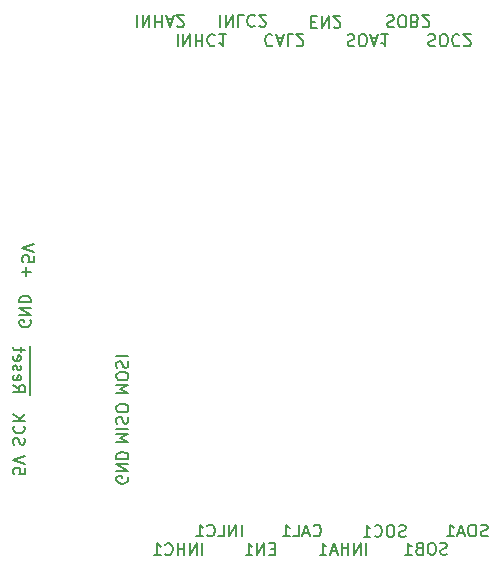
<source format=gbo>
G04 #@! TF.GenerationSoftware,KiCad,Pcbnew,(5.0.1)-3*
G04 #@! TF.CreationDate,2018-10-30T14:33:32-04:00*
G04 #@! TF.ProjectId,GCEW Motor Controller MCU,47434557204D6F746F7220436F6E7472,rev?*
G04 #@! TF.SameCoordinates,Original*
G04 #@! TF.FileFunction,Legend,Bot*
G04 #@! TF.FilePolarity,Positive*
%FSLAX46Y46*%
G04 Gerber Fmt 4.6, Leading zero omitted, Abs format (unit mm)*
G04 Created by KiCad (PCBNEW (5.0.1)-3) date 10/30/2018 2:33:32 PM*
%MOMM*%
%LPD*%
G01*
G04 APERTURE LIST*
%ADD10C,0.200000*%
G04 APERTURE END LIST*
D10*
X141500000Y-94261904D02*
X141547619Y-94357142D01*
X141547619Y-94500000D01*
X141500000Y-94642857D01*
X141404761Y-94738095D01*
X141309523Y-94785714D01*
X141119047Y-94833333D01*
X140976190Y-94833333D01*
X140785714Y-94785714D01*
X140690476Y-94738095D01*
X140595238Y-94642857D01*
X140547619Y-94500000D01*
X140547619Y-94404761D01*
X140595238Y-94261904D01*
X140642857Y-94214285D01*
X140976190Y-94214285D01*
X140976190Y-94404761D01*
X140547619Y-93785714D02*
X141547619Y-93785714D01*
X140547619Y-93214285D01*
X141547619Y-93214285D01*
X140547619Y-92738095D02*
X141547619Y-92738095D01*
X141547619Y-92500000D01*
X141500000Y-92357142D01*
X141404761Y-92261904D01*
X141309523Y-92214285D01*
X141119047Y-92166666D01*
X140976190Y-92166666D01*
X140785714Y-92214285D01*
X140690476Y-92261904D01*
X140595238Y-92357142D01*
X140547619Y-92500000D01*
X140547619Y-92738095D01*
X141178571Y-90535714D02*
X141178571Y-89773809D01*
X140797619Y-90154761D02*
X141559523Y-90154761D01*
X141797619Y-88821428D02*
X141797619Y-89297619D01*
X141321428Y-89345238D01*
X141369047Y-89297619D01*
X141416666Y-89202380D01*
X141416666Y-88964285D01*
X141369047Y-88869047D01*
X141321428Y-88821428D01*
X141226190Y-88773809D01*
X140988095Y-88773809D01*
X140892857Y-88821428D01*
X140845238Y-88869047D01*
X140797619Y-88964285D01*
X140797619Y-89202380D01*
X140845238Y-89297619D01*
X140892857Y-89345238D01*
X141797619Y-88488095D02*
X140797619Y-88154761D01*
X141797619Y-87821428D01*
X153976190Y-70047619D02*
X153976190Y-71047619D01*
X154452380Y-70047619D02*
X154452380Y-71047619D01*
X155023809Y-70047619D01*
X155023809Y-71047619D01*
X155500000Y-70047619D02*
X155500000Y-71047619D01*
X155500000Y-70571428D02*
X156071428Y-70571428D01*
X156071428Y-70047619D02*
X156071428Y-71047619D01*
X157119047Y-70142857D02*
X157071428Y-70095238D01*
X156928571Y-70047619D01*
X156833333Y-70047619D01*
X156690476Y-70095238D01*
X156595238Y-70190476D01*
X156547619Y-70285714D01*
X156500000Y-70476190D01*
X156500000Y-70619047D01*
X156547619Y-70809523D01*
X156595238Y-70904761D01*
X156690476Y-71000000D01*
X156833333Y-71047619D01*
X156928571Y-71047619D01*
X157071428Y-71000000D01*
X157119047Y-70952380D01*
X158071428Y-70047619D02*
X157500000Y-70047619D01*
X157785714Y-70047619D02*
X157785714Y-71047619D01*
X157690476Y-70904761D01*
X157595238Y-70809523D01*
X157500000Y-70761904D01*
X157595238Y-68397619D02*
X157595238Y-69397619D01*
X158071428Y-68397619D02*
X158071428Y-69397619D01*
X158642857Y-68397619D01*
X158642857Y-69397619D01*
X159595238Y-68397619D02*
X159119047Y-68397619D01*
X159119047Y-69397619D01*
X160500000Y-68492857D02*
X160452380Y-68445238D01*
X160309523Y-68397619D01*
X160214285Y-68397619D01*
X160071428Y-68445238D01*
X159976190Y-68540476D01*
X159928571Y-68635714D01*
X159880952Y-68826190D01*
X159880952Y-68969047D01*
X159928571Y-69159523D01*
X159976190Y-69254761D01*
X160071428Y-69350000D01*
X160214285Y-69397619D01*
X160309523Y-69397619D01*
X160452380Y-69350000D01*
X160500000Y-69302380D01*
X160880952Y-69302380D02*
X160928571Y-69350000D01*
X161023809Y-69397619D01*
X161261904Y-69397619D01*
X161357142Y-69350000D01*
X161404761Y-69302380D01*
X161452380Y-69207142D01*
X161452380Y-69111904D01*
X161404761Y-68969047D01*
X160833333Y-68397619D01*
X161452380Y-68397619D01*
X165285714Y-69021428D02*
X165619047Y-69021428D01*
X165761904Y-68497619D02*
X165285714Y-68497619D01*
X165285714Y-69497619D01*
X165761904Y-69497619D01*
X166190476Y-68497619D02*
X166190476Y-69497619D01*
X166761904Y-68497619D01*
X166761904Y-69497619D01*
X167190476Y-69402380D02*
X167238095Y-69450000D01*
X167333333Y-69497619D01*
X167571428Y-69497619D01*
X167666666Y-69450000D01*
X167714285Y-69402380D01*
X167761904Y-69307142D01*
X167761904Y-69211904D01*
X167714285Y-69069047D01*
X167142857Y-68497619D01*
X167761904Y-68497619D01*
X162000000Y-70142857D02*
X161952380Y-70095238D01*
X161809523Y-70047619D01*
X161714285Y-70047619D01*
X161571428Y-70095238D01*
X161476190Y-70190476D01*
X161428571Y-70285714D01*
X161380952Y-70476190D01*
X161380952Y-70619047D01*
X161428571Y-70809523D01*
X161476190Y-70904761D01*
X161571428Y-71000000D01*
X161714285Y-71047619D01*
X161809523Y-71047619D01*
X161952380Y-71000000D01*
X162000000Y-70952380D01*
X162380952Y-70333333D02*
X162857142Y-70333333D01*
X162285714Y-70047619D02*
X162619047Y-71047619D01*
X162952380Y-70047619D01*
X163761904Y-70047619D02*
X163285714Y-70047619D01*
X163285714Y-71047619D01*
X164047619Y-70952380D02*
X164095238Y-71000000D01*
X164190476Y-71047619D01*
X164428571Y-71047619D01*
X164523809Y-71000000D01*
X164571428Y-70952380D01*
X164619047Y-70857142D01*
X164619047Y-70761904D01*
X164571428Y-70619047D01*
X164000000Y-70047619D01*
X164619047Y-70047619D01*
X150547619Y-68447619D02*
X150547619Y-69447619D01*
X151023809Y-68447619D02*
X151023809Y-69447619D01*
X151595238Y-68447619D01*
X151595238Y-69447619D01*
X152071428Y-68447619D02*
X152071428Y-69447619D01*
X152071428Y-68971428D02*
X152642857Y-68971428D01*
X152642857Y-68447619D02*
X152642857Y-69447619D01*
X153071428Y-68733333D02*
X153547619Y-68733333D01*
X152976190Y-68447619D02*
X153309523Y-69447619D01*
X153642857Y-68447619D01*
X153928571Y-69352380D02*
X153976190Y-69400000D01*
X154071428Y-69447619D01*
X154309523Y-69447619D01*
X154404761Y-69400000D01*
X154452380Y-69352380D01*
X154500000Y-69257142D01*
X154500000Y-69161904D01*
X154452380Y-69019047D01*
X153880952Y-68447619D01*
X154500000Y-68447619D01*
X175214285Y-70095238D02*
X175357142Y-70047619D01*
X175595238Y-70047619D01*
X175690476Y-70095238D01*
X175738095Y-70142857D01*
X175785714Y-70238095D01*
X175785714Y-70333333D01*
X175738095Y-70428571D01*
X175690476Y-70476190D01*
X175595238Y-70523809D01*
X175404761Y-70571428D01*
X175309523Y-70619047D01*
X175261904Y-70666666D01*
X175214285Y-70761904D01*
X175214285Y-70857142D01*
X175261904Y-70952380D01*
X175309523Y-71000000D01*
X175404761Y-71047619D01*
X175642857Y-71047619D01*
X175785714Y-71000000D01*
X176404761Y-71047619D02*
X176595238Y-71047619D01*
X176690476Y-71000000D01*
X176785714Y-70904761D01*
X176833333Y-70714285D01*
X176833333Y-70380952D01*
X176785714Y-70190476D01*
X176690476Y-70095238D01*
X176595238Y-70047619D01*
X176404761Y-70047619D01*
X176309523Y-70095238D01*
X176214285Y-70190476D01*
X176166666Y-70380952D01*
X176166666Y-70714285D01*
X176214285Y-70904761D01*
X176309523Y-71000000D01*
X176404761Y-71047619D01*
X177833333Y-70142857D02*
X177785714Y-70095238D01*
X177642857Y-70047619D01*
X177547619Y-70047619D01*
X177404761Y-70095238D01*
X177309523Y-70190476D01*
X177261904Y-70285714D01*
X177214285Y-70476190D01*
X177214285Y-70619047D01*
X177261904Y-70809523D01*
X177309523Y-70904761D01*
X177404761Y-71000000D01*
X177547619Y-71047619D01*
X177642857Y-71047619D01*
X177785714Y-71000000D01*
X177833333Y-70952380D01*
X178214285Y-70952380D02*
X178261904Y-71000000D01*
X178357142Y-71047619D01*
X178595238Y-71047619D01*
X178690476Y-71000000D01*
X178738095Y-70952380D01*
X178785714Y-70857142D01*
X178785714Y-70761904D01*
X178738095Y-70619047D01*
X178166666Y-70047619D01*
X178785714Y-70047619D01*
X171714285Y-68495238D02*
X171857142Y-68447619D01*
X172095238Y-68447619D01*
X172190476Y-68495238D01*
X172238095Y-68542857D01*
X172285714Y-68638095D01*
X172285714Y-68733333D01*
X172238095Y-68828571D01*
X172190476Y-68876190D01*
X172095238Y-68923809D01*
X171904761Y-68971428D01*
X171809523Y-69019047D01*
X171761904Y-69066666D01*
X171714285Y-69161904D01*
X171714285Y-69257142D01*
X171761904Y-69352380D01*
X171809523Y-69400000D01*
X171904761Y-69447619D01*
X172142857Y-69447619D01*
X172285714Y-69400000D01*
X172904761Y-69447619D02*
X173095238Y-69447619D01*
X173190476Y-69400000D01*
X173285714Y-69304761D01*
X173333333Y-69114285D01*
X173333333Y-68780952D01*
X173285714Y-68590476D01*
X173190476Y-68495238D01*
X173095238Y-68447619D01*
X172904761Y-68447619D01*
X172809523Y-68495238D01*
X172714285Y-68590476D01*
X172666666Y-68780952D01*
X172666666Y-69114285D01*
X172714285Y-69304761D01*
X172809523Y-69400000D01*
X172904761Y-69447619D01*
X174095238Y-68971428D02*
X174238095Y-68923809D01*
X174285714Y-68876190D01*
X174333333Y-68780952D01*
X174333333Y-68638095D01*
X174285714Y-68542857D01*
X174238095Y-68495238D01*
X174142857Y-68447619D01*
X173761904Y-68447619D01*
X173761904Y-69447619D01*
X174095238Y-69447619D01*
X174190476Y-69400000D01*
X174238095Y-69352380D01*
X174285714Y-69257142D01*
X174285714Y-69161904D01*
X174238095Y-69066666D01*
X174190476Y-69019047D01*
X174095238Y-68971428D01*
X173761904Y-68971428D01*
X174714285Y-69352380D02*
X174761904Y-69400000D01*
X174857142Y-69447619D01*
X175095238Y-69447619D01*
X175190476Y-69400000D01*
X175238095Y-69352380D01*
X175285714Y-69257142D01*
X175285714Y-69161904D01*
X175238095Y-69019047D01*
X174666666Y-68447619D01*
X175285714Y-68447619D01*
X168360714Y-70095238D02*
X168503571Y-70047619D01*
X168741666Y-70047619D01*
X168836904Y-70095238D01*
X168884523Y-70142857D01*
X168932142Y-70238095D01*
X168932142Y-70333333D01*
X168884523Y-70428571D01*
X168836904Y-70476190D01*
X168741666Y-70523809D01*
X168551190Y-70571428D01*
X168455952Y-70619047D01*
X168408333Y-70666666D01*
X168360714Y-70761904D01*
X168360714Y-70857142D01*
X168408333Y-70952380D01*
X168455952Y-71000000D01*
X168551190Y-71047619D01*
X168789285Y-71047619D01*
X168932142Y-71000000D01*
X169551190Y-71047619D02*
X169741666Y-71047619D01*
X169836904Y-71000000D01*
X169932142Y-70904761D01*
X169979761Y-70714285D01*
X169979761Y-70380952D01*
X169932142Y-70190476D01*
X169836904Y-70095238D01*
X169741666Y-70047619D01*
X169551190Y-70047619D01*
X169455952Y-70095238D01*
X169360714Y-70190476D01*
X169313095Y-70380952D01*
X169313095Y-70714285D01*
X169360714Y-70904761D01*
X169455952Y-71000000D01*
X169551190Y-71047619D01*
X170360714Y-70333333D02*
X170836904Y-70333333D01*
X170265476Y-70047619D02*
X170598809Y-71047619D01*
X170932142Y-70047619D01*
X171789285Y-70047619D02*
X171217857Y-70047619D01*
X171503571Y-70047619D02*
X171503571Y-71047619D01*
X171408333Y-70904761D01*
X171313095Y-70809523D01*
X171217857Y-70761904D01*
X148797619Y-100421428D02*
X149797619Y-100421428D01*
X149083333Y-100088095D01*
X149797619Y-99754761D01*
X148797619Y-99754761D01*
X149797619Y-99088095D02*
X149797619Y-98897619D01*
X149750000Y-98802380D01*
X149654761Y-98707142D01*
X149464285Y-98659523D01*
X149130952Y-98659523D01*
X148940476Y-98707142D01*
X148845238Y-98802380D01*
X148797619Y-98897619D01*
X148797619Y-99088095D01*
X148845238Y-99183333D01*
X148940476Y-99278571D01*
X149130952Y-99326190D01*
X149464285Y-99326190D01*
X149654761Y-99278571D01*
X149750000Y-99183333D01*
X149797619Y-99088095D01*
X148845238Y-98278571D02*
X148797619Y-98135714D01*
X148797619Y-97897619D01*
X148845238Y-97802380D01*
X148892857Y-97754761D01*
X148988095Y-97707142D01*
X149083333Y-97707142D01*
X149178571Y-97754761D01*
X149226190Y-97802380D01*
X149273809Y-97897619D01*
X149321428Y-98088095D01*
X149369047Y-98183333D01*
X149416666Y-98230952D01*
X149511904Y-98278571D01*
X149607142Y-98278571D01*
X149702380Y-98230952D01*
X149750000Y-98183333D01*
X149797619Y-98088095D01*
X149797619Y-97850000D01*
X149750000Y-97707142D01*
X148797619Y-97278571D02*
X149797619Y-97278571D01*
X148797619Y-104571428D02*
X149797619Y-104571428D01*
X149083333Y-104238095D01*
X149797619Y-103904761D01*
X148797619Y-103904761D01*
X148797619Y-103428571D02*
X149797619Y-103428571D01*
X148845238Y-103000000D02*
X148797619Y-102857142D01*
X148797619Y-102619047D01*
X148845238Y-102523809D01*
X148892857Y-102476190D01*
X148988095Y-102428571D01*
X149083333Y-102428571D01*
X149178571Y-102476190D01*
X149226190Y-102523809D01*
X149273809Y-102619047D01*
X149321428Y-102809523D01*
X149369047Y-102904761D01*
X149416666Y-102952380D01*
X149511904Y-103000000D01*
X149607142Y-103000000D01*
X149702380Y-102952380D01*
X149750000Y-102904761D01*
X149797619Y-102809523D01*
X149797619Y-102571428D01*
X149750000Y-102428571D01*
X149797619Y-101809523D02*
X149797619Y-101619047D01*
X149750000Y-101523809D01*
X149654761Y-101428571D01*
X149464285Y-101380952D01*
X149130952Y-101380952D01*
X148940476Y-101428571D01*
X148845238Y-101523809D01*
X148797619Y-101619047D01*
X148797619Y-101809523D01*
X148845238Y-101904761D01*
X148940476Y-102000000D01*
X149130952Y-102047619D01*
X149464285Y-102047619D01*
X149654761Y-102000000D01*
X149750000Y-101904761D01*
X149797619Y-101809523D01*
X141480000Y-100547619D02*
X141480000Y-99547619D01*
X140047619Y-99738095D02*
X140523809Y-100071428D01*
X140047619Y-100309523D02*
X141047619Y-100309523D01*
X141047619Y-99928571D01*
X141000000Y-99833333D01*
X140952380Y-99785714D01*
X140857142Y-99738095D01*
X140714285Y-99738095D01*
X140619047Y-99785714D01*
X140571428Y-99833333D01*
X140523809Y-99928571D01*
X140523809Y-100309523D01*
X141480000Y-99547619D02*
X141480000Y-98690476D01*
X140095238Y-98928571D02*
X140047619Y-99023809D01*
X140047619Y-99214285D01*
X140095238Y-99309523D01*
X140190476Y-99357142D01*
X140571428Y-99357142D01*
X140666666Y-99309523D01*
X140714285Y-99214285D01*
X140714285Y-99023809D01*
X140666666Y-98928571D01*
X140571428Y-98880952D01*
X140476190Y-98880952D01*
X140380952Y-99357142D01*
X141480000Y-98690476D02*
X141480000Y-97880952D01*
X140095238Y-98500000D02*
X140047619Y-98404761D01*
X140047619Y-98214285D01*
X140095238Y-98119047D01*
X140190476Y-98071428D01*
X140238095Y-98071428D01*
X140333333Y-98119047D01*
X140380952Y-98214285D01*
X140380952Y-98357142D01*
X140428571Y-98452380D01*
X140523809Y-98500000D01*
X140571428Y-98500000D01*
X140666666Y-98452380D01*
X140714285Y-98357142D01*
X140714285Y-98214285D01*
X140666666Y-98119047D01*
X141480000Y-97880952D02*
X141480000Y-97023809D01*
X140095238Y-97261904D02*
X140047619Y-97357142D01*
X140047619Y-97547619D01*
X140095238Y-97642857D01*
X140190476Y-97690476D01*
X140571428Y-97690476D01*
X140666666Y-97642857D01*
X140714285Y-97547619D01*
X140714285Y-97357142D01*
X140666666Y-97261904D01*
X140571428Y-97214285D01*
X140476190Y-97214285D01*
X140380952Y-97690476D01*
X141480000Y-97023809D02*
X141480000Y-96452380D01*
X140714285Y-96928571D02*
X140714285Y-96547619D01*
X141047619Y-96785714D02*
X140190476Y-96785714D01*
X140095238Y-96738095D01*
X140047619Y-96642857D01*
X140047619Y-96547619D01*
X140095238Y-104785714D02*
X140047619Y-104642857D01*
X140047619Y-104404761D01*
X140095238Y-104309523D01*
X140142857Y-104261904D01*
X140238095Y-104214285D01*
X140333333Y-104214285D01*
X140428571Y-104261904D01*
X140476190Y-104309523D01*
X140523809Y-104404761D01*
X140571428Y-104595238D01*
X140619047Y-104690476D01*
X140666666Y-104738095D01*
X140761904Y-104785714D01*
X140857142Y-104785714D01*
X140952380Y-104738095D01*
X141000000Y-104690476D01*
X141047619Y-104595238D01*
X141047619Y-104357142D01*
X141000000Y-104214285D01*
X140142857Y-103214285D02*
X140095238Y-103261904D01*
X140047619Y-103404761D01*
X140047619Y-103500000D01*
X140095238Y-103642857D01*
X140190476Y-103738095D01*
X140285714Y-103785714D01*
X140476190Y-103833333D01*
X140619047Y-103833333D01*
X140809523Y-103785714D01*
X140904761Y-103738095D01*
X141000000Y-103642857D01*
X141047619Y-103500000D01*
X141047619Y-103404761D01*
X141000000Y-103261904D01*
X140952380Y-103214285D01*
X140047619Y-102785714D02*
X141047619Y-102785714D01*
X140047619Y-102214285D02*
X140619047Y-102642857D01*
X141047619Y-102214285D02*
X140476190Y-102785714D01*
X141047619Y-106790476D02*
X141047619Y-107266666D01*
X140571428Y-107314285D01*
X140619047Y-107266666D01*
X140666666Y-107171428D01*
X140666666Y-106933333D01*
X140619047Y-106838095D01*
X140571428Y-106790476D01*
X140476190Y-106742857D01*
X140238095Y-106742857D01*
X140142857Y-106790476D01*
X140095238Y-106838095D01*
X140047619Y-106933333D01*
X140047619Y-107171428D01*
X140095238Y-107266666D01*
X140142857Y-107314285D01*
X141047619Y-106457142D02*
X140047619Y-106123809D01*
X141047619Y-105790476D01*
X149750000Y-107511904D02*
X149797619Y-107607142D01*
X149797619Y-107750000D01*
X149750000Y-107892857D01*
X149654761Y-107988095D01*
X149559523Y-108035714D01*
X149369047Y-108083333D01*
X149226190Y-108083333D01*
X149035714Y-108035714D01*
X148940476Y-107988095D01*
X148845238Y-107892857D01*
X148797619Y-107750000D01*
X148797619Y-107654761D01*
X148845238Y-107511904D01*
X148892857Y-107464285D01*
X149226190Y-107464285D01*
X149226190Y-107654761D01*
X148797619Y-107035714D02*
X149797619Y-107035714D01*
X148797619Y-106464285D01*
X149797619Y-106464285D01*
X148797619Y-105988095D02*
X149797619Y-105988095D01*
X149797619Y-105750000D01*
X149750000Y-105607142D01*
X149654761Y-105511904D01*
X149559523Y-105464285D01*
X149369047Y-105416666D01*
X149226190Y-105416666D01*
X149035714Y-105464285D01*
X148940476Y-105511904D01*
X148845238Y-105607142D01*
X148797619Y-105750000D01*
X148797619Y-105988095D01*
X156073809Y-114152380D02*
X156073809Y-113152380D01*
X155597619Y-114152380D02*
X155597619Y-113152380D01*
X155026190Y-114152380D01*
X155026190Y-113152380D01*
X154550000Y-114152380D02*
X154550000Y-113152380D01*
X154550000Y-113628571D02*
X153978571Y-113628571D01*
X153978571Y-114152380D02*
X153978571Y-113152380D01*
X152930952Y-114057142D02*
X152978571Y-114104761D01*
X153121428Y-114152380D01*
X153216666Y-114152380D01*
X153359523Y-114104761D01*
X153454761Y-114009523D01*
X153502380Y-113914285D01*
X153550000Y-113723809D01*
X153550000Y-113580952D01*
X153502380Y-113390476D01*
X153454761Y-113295238D01*
X153359523Y-113200000D01*
X153216666Y-113152380D01*
X153121428Y-113152380D01*
X152978571Y-113200000D01*
X152930952Y-113247619D01*
X151978571Y-114152380D02*
X152550000Y-114152380D01*
X152264285Y-114152380D02*
X152264285Y-113152380D01*
X152359523Y-113295238D01*
X152454761Y-113390476D01*
X152550000Y-113438095D01*
X159404761Y-112552380D02*
X159404761Y-111552380D01*
X158928571Y-112552380D02*
X158928571Y-111552380D01*
X158357142Y-112552380D01*
X158357142Y-111552380D01*
X157404761Y-112552380D02*
X157880952Y-112552380D01*
X157880952Y-111552380D01*
X156500000Y-112457142D02*
X156547619Y-112504761D01*
X156690476Y-112552380D01*
X156785714Y-112552380D01*
X156928571Y-112504761D01*
X157023809Y-112409523D01*
X157071428Y-112314285D01*
X157119047Y-112123809D01*
X157119047Y-111980952D01*
X157071428Y-111790476D01*
X157023809Y-111695238D01*
X156928571Y-111600000D01*
X156785714Y-111552380D01*
X156690476Y-111552380D01*
X156547619Y-111600000D01*
X156500000Y-111647619D01*
X155547619Y-112552380D02*
X156119047Y-112552380D01*
X155833333Y-112552380D02*
X155833333Y-111552380D01*
X155928571Y-111695238D01*
X156023809Y-111790476D01*
X156119047Y-111838095D01*
X162214285Y-113628571D02*
X161880952Y-113628571D01*
X161738095Y-114152380D02*
X162214285Y-114152380D01*
X162214285Y-113152380D01*
X161738095Y-113152380D01*
X161309523Y-114152380D02*
X161309523Y-113152380D01*
X160738095Y-114152380D01*
X160738095Y-113152380D01*
X159738095Y-114152380D02*
X160309523Y-114152380D01*
X160023809Y-114152380D02*
X160023809Y-113152380D01*
X160119047Y-113295238D01*
X160214285Y-113390476D01*
X160309523Y-113438095D01*
X165500000Y-112457142D02*
X165547619Y-112504761D01*
X165690476Y-112552380D01*
X165785714Y-112552380D01*
X165928571Y-112504761D01*
X166023809Y-112409523D01*
X166071428Y-112314285D01*
X166119047Y-112123809D01*
X166119047Y-111980952D01*
X166071428Y-111790476D01*
X166023809Y-111695238D01*
X165928571Y-111600000D01*
X165785714Y-111552380D01*
X165690476Y-111552380D01*
X165547619Y-111600000D01*
X165500000Y-111647619D01*
X165119047Y-112266666D02*
X164642857Y-112266666D01*
X165214285Y-112552380D02*
X164880952Y-111552380D01*
X164547619Y-112552380D01*
X163738095Y-112552380D02*
X164214285Y-112552380D01*
X164214285Y-111552380D01*
X162880952Y-112552380D02*
X163452380Y-112552380D01*
X163166666Y-112552380D02*
X163166666Y-111552380D01*
X163261904Y-111695238D01*
X163357142Y-111790476D01*
X163452380Y-111838095D01*
X169952380Y-114102380D02*
X169952380Y-113102380D01*
X169476190Y-114102380D02*
X169476190Y-113102380D01*
X168904761Y-114102380D01*
X168904761Y-113102380D01*
X168428571Y-114102380D02*
X168428571Y-113102380D01*
X168428571Y-113578571D02*
X167857142Y-113578571D01*
X167857142Y-114102380D02*
X167857142Y-113102380D01*
X167428571Y-113816666D02*
X166952380Y-113816666D01*
X167523809Y-114102380D02*
X167190476Y-113102380D01*
X166857142Y-114102380D01*
X166000000Y-114102380D02*
X166571428Y-114102380D01*
X166285714Y-114102380D02*
X166285714Y-113102380D01*
X166380952Y-113245238D01*
X166476190Y-113340476D01*
X166571428Y-113388095D01*
X173285714Y-112554761D02*
X173142857Y-112602380D01*
X172904761Y-112602380D01*
X172809523Y-112554761D01*
X172761904Y-112507142D01*
X172714285Y-112411904D01*
X172714285Y-112316666D01*
X172761904Y-112221428D01*
X172809523Y-112173809D01*
X172904761Y-112126190D01*
X173095238Y-112078571D01*
X173190476Y-112030952D01*
X173238095Y-111983333D01*
X173285714Y-111888095D01*
X173285714Y-111792857D01*
X173238095Y-111697619D01*
X173190476Y-111650000D01*
X173095238Y-111602380D01*
X172857142Y-111602380D01*
X172714285Y-111650000D01*
X172095238Y-111602380D02*
X171904761Y-111602380D01*
X171809523Y-111650000D01*
X171714285Y-111745238D01*
X171666666Y-111935714D01*
X171666666Y-112269047D01*
X171714285Y-112459523D01*
X171809523Y-112554761D01*
X171904761Y-112602380D01*
X172095238Y-112602380D01*
X172190476Y-112554761D01*
X172285714Y-112459523D01*
X172333333Y-112269047D01*
X172333333Y-111935714D01*
X172285714Y-111745238D01*
X172190476Y-111650000D01*
X172095238Y-111602380D01*
X170666666Y-112507142D02*
X170714285Y-112554761D01*
X170857142Y-112602380D01*
X170952380Y-112602380D01*
X171095238Y-112554761D01*
X171190476Y-112459523D01*
X171238095Y-112364285D01*
X171285714Y-112173809D01*
X171285714Y-112030952D01*
X171238095Y-111840476D01*
X171190476Y-111745238D01*
X171095238Y-111650000D01*
X170952380Y-111602380D01*
X170857142Y-111602380D01*
X170714285Y-111650000D01*
X170666666Y-111697619D01*
X169714285Y-112602380D02*
X170285714Y-112602380D01*
X170000000Y-112602380D02*
X170000000Y-111602380D01*
X170095238Y-111745238D01*
X170190476Y-111840476D01*
X170285714Y-111888095D01*
X176785714Y-114054761D02*
X176642857Y-114102380D01*
X176404761Y-114102380D01*
X176309523Y-114054761D01*
X176261904Y-114007142D01*
X176214285Y-113911904D01*
X176214285Y-113816666D01*
X176261904Y-113721428D01*
X176309523Y-113673809D01*
X176404761Y-113626190D01*
X176595238Y-113578571D01*
X176690476Y-113530952D01*
X176738095Y-113483333D01*
X176785714Y-113388095D01*
X176785714Y-113292857D01*
X176738095Y-113197619D01*
X176690476Y-113150000D01*
X176595238Y-113102380D01*
X176357142Y-113102380D01*
X176214285Y-113150000D01*
X175595238Y-113102380D02*
X175404761Y-113102380D01*
X175309523Y-113150000D01*
X175214285Y-113245238D01*
X175166666Y-113435714D01*
X175166666Y-113769047D01*
X175214285Y-113959523D01*
X175309523Y-114054761D01*
X175404761Y-114102380D01*
X175595238Y-114102380D01*
X175690476Y-114054761D01*
X175785714Y-113959523D01*
X175833333Y-113769047D01*
X175833333Y-113435714D01*
X175785714Y-113245238D01*
X175690476Y-113150000D01*
X175595238Y-113102380D01*
X174404761Y-113578571D02*
X174261904Y-113626190D01*
X174214285Y-113673809D01*
X174166666Y-113769047D01*
X174166666Y-113911904D01*
X174214285Y-114007142D01*
X174261904Y-114054761D01*
X174357142Y-114102380D01*
X174738095Y-114102380D01*
X174738095Y-113102380D01*
X174404761Y-113102380D01*
X174309523Y-113150000D01*
X174261904Y-113197619D01*
X174214285Y-113292857D01*
X174214285Y-113388095D01*
X174261904Y-113483333D01*
X174309523Y-113530952D01*
X174404761Y-113578571D01*
X174738095Y-113578571D01*
X173214285Y-114102380D02*
X173785714Y-114102380D01*
X173500000Y-114102380D02*
X173500000Y-113102380D01*
X173595238Y-113245238D01*
X173690476Y-113340476D01*
X173785714Y-113388095D01*
X180214285Y-112504761D02*
X180071428Y-112552380D01*
X179833333Y-112552380D01*
X179738095Y-112504761D01*
X179690476Y-112457142D01*
X179642857Y-112361904D01*
X179642857Y-112266666D01*
X179690476Y-112171428D01*
X179738095Y-112123809D01*
X179833333Y-112076190D01*
X180023809Y-112028571D01*
X180119047Y-111980952D01*
X180166666Y-111933333D01*
X180214285Y-111838095D01*
X180214285Y-111742857D01*
X180166666Y-111647619D01*
X180119047Y-111600000D01*
X180023809Y-111552380D01*
X179785714Y-111552380D01*
X179642857Y-111600000D01*
X179023809Y-111552380D02*
X178833333Y-111552380D01*
X178738095Y-111600000D01*
X178642857Y-111695238D01*
X178595238Y-111885714D01*
X178595238Y-112219047D01*
X178642857Y-112409523D01*
X178738095Y-112504761D01*
X178833333Y-112552380D01*
X179023809Y-112552380D01*
X179119047Y-112504761D01*
X179214285Y-112409523D01*
X179261904Y-112219047D01*
X179261904Y-111885714D01*
X179214285Y-111695238D01*
X179119047Y-111600000D01*
X179023809Y-111552380D01*
X178214285Y-112266666D02*
X177738095Y-112266666D01*
X178309523Y-112552380D02*
X177976190Y-111552380D01*
X177642857Y-112552380D01*
X176785714Y-112552380D02*
X177357142Y-112552380D01*
X177071428Y-112552380D02*
X177071428Y-111552380D01*
X177166666Y-111695238D01*
X177261904Y-111790476D01*
X177357142Y-111838095D01*
M02*

</source>
